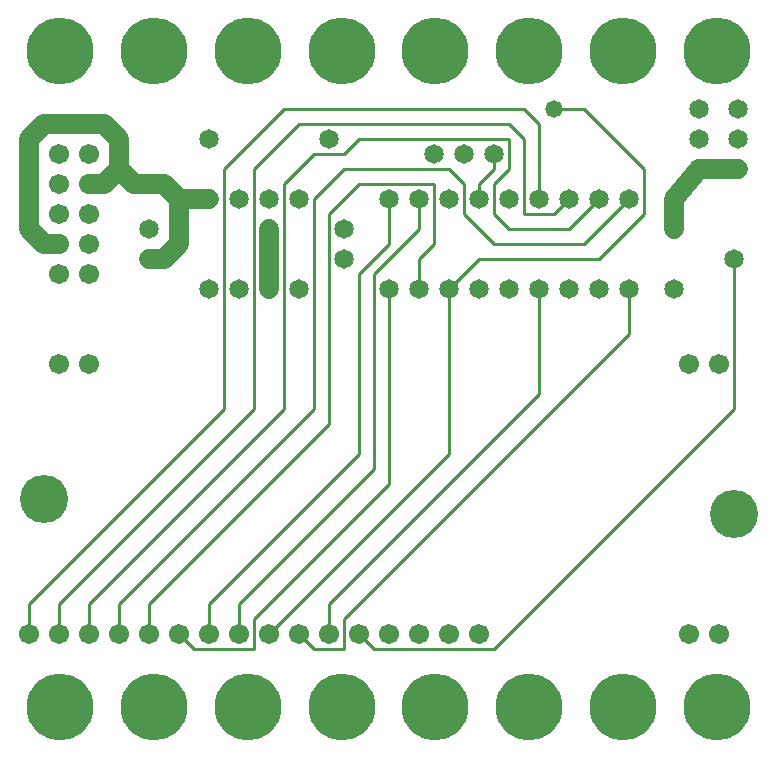
<source format=gtl>
%MOIN*%
%FSLAX25Y25*%
G04 D10 used for Character Trace; *
G04     Circle (OD=.01000) (No hole)*
G04 D11 used for Power Trace; *
G04     Circle (OD=.06500) (No hole)*
G04 D12 used for Signal Trace; *
G04     Circle (OD=.01100) (No hole)*
G04 D13 used for Via; *
G04     Circle (OD=.05800) (Round. Hole ID=.02800)*
G04 D14 used for Component hole; *
G04     Circle (OD=.06500) (Round. Hole ID=.03500)*
G04 D15 used for Component hole; *
G04     Circle (OD=.06700) (Round. Hole ID=.04300)*
G04 D16 used for Component hole; *
G04     Circle (OD=.08100) (Round. Hole ID=.05100)*
G04 D17 used for Component hole; *
G04     Circle (OD=.08900) (Round. Hole ID=.05900)*
G04 D18 used for Component hole; *
G04     Circle (OD=.11300) (Round. Hole ID=.08300)*
G04 D19 used for Component hole; *
G04     Circle (OD=.16000) (Round. Hole ID=.13000)*
G04 D20 used for Component hole; *
G04     Circle (OD=.18300) (Round. Hole ID=.15300)*
G04 D21 used for Component hole; *
G04     Circle (OD=.22291) (Round. Hole ID=.19291)*
%ADD10C,.01000*%
%ADD11C,.06500*%
%ADD12C,.01100*%
%ADD13C,.05800*%
%ADD14C,.06500*%
%ADD15C,.06700*%
%ADD16C,.08100*%
%ADD17C,.08900*%
%ADD18C,.11300*%
%ADD19C,.16000*%
%ADD20C,.18300*%
%ADD21C,.22291*%
%IPPOS*%
%LPD*%
G90*X0Y0D02*D21*X15625Y15625D03*D15*              
X35000Y40000D03*D12*Y50000D01*X100000Y115000D01*  
Y185000D01*X110000Y195000D01*X145000D01*          
X150000Y190000D01*Y180000D01*X160000Y170000D01*   
X190000D01*X205000Y185000D01*D14*D03*D12*         
X195000Y165000D02*X210000Y180000D01*              
X155000Y165000D02*X195000D01*X145000Y155000D02*   
X155000Y165000D01*D14*X145000Y155000D03*D12*      
Y100000D01*X85000Y40000D01*D15*D03*D12*           
X80000Y35000D02*Y45000D01*X60000Y35000D02*        
X80000D01*X60000D02*X55000Y40000D01*D15*D03*D12*  
X65000D02*Y50000D01*D15*Y40000D03*D12*X75000D02*  
Y50000D01*D15*Y40000D03*D12*X80000Y45000D02*      
X125000Y90000D01*Y155000D01*D14*D03*D12*          
X120000Y95000D02*Y160000D01*X75000Y50000D02*      
X120000Y95000D01*X65000Y50000D02*                 
X115000Y100000D01*Y160000D01*X125000Y170000D01*   
Y185000D01*D14*D03*D12*X120000Y160000D02*         
X135000Y175000D01*D14*X110000Y165000D03*D12*      
X135000Y175000D02*Y185000D01*D14*D03*D12*         
X140000Y170000D02*Y190000D01*X135000Y165000D02*   
X140000Y170000D01*X135000Y155000D02*Y165000D01*   
D14*Y155000D03*X155000D03*D12*X165000Y175000D02*  
X160000Y180000D01*X165000Y175000D02*X185000D01*   
X195000Y185000D01*D14*D03*X185000D03*D12*         
X180000Y180000D01*X170000D01*Y205000D01*          
X165000Y210000D01*X95000D01*X80000Y195000D01*     
Y115000D01*X15000Y50000D01*Y40000D01*D15*D03*D12* 
X25000D02*Y50000D01*D15*Y40000D03*D12*Y50000D02*  
X90000Y115000D01*Y190000D01*X100000Y200000D01*    
X110000D01*X115000Y205000D01*X165000D01*          
Y195000D01*X160000Y190000D01*Y180000D01*D14*      
X165000Y185000D03*X155000D03*D12*Y190000D01*      
X160000Y195000D01*Y200000D01*D14*D03*X150000D03*  
X175000Y185000D03*D12*Y210000D01*                 
X170000Y215000D01*X90000D01*X70000Y195000D01*     
Y115000D01*X5000Y50000D01*Y40000D01*D15*D03*D21*  
X46875Y15625D03*D15*X45000Y40000D03*D12*Y50000D01*
X105000Y110000D01*Y180000D01*X115000Y190000D01*   
X140000D01*D14*X145000Y185000D03*                 
X140000Y200000D03*X110000Y175000D03*              
X175000Y155000D03*D12*Y120000D01*X105000Y50000D01*
Y40000D01*D15*D03*D12*X100000Y35000D02*X110000D01*
X100000D02*X95000Y40000D01*D15*D03*D12*           
X110000Y35000D02*Y45000D01*X205000Y140000D01*     
Y155000D01*D14*D03*X195000D03*X220000D03*         
Y175000D03*D11*Y185000D01*X228500Y195000D01*D14*  
D03*D11*X241500D01*D14*D03*X228500Y205000D03*     
X241500D03*Y215000D03*X228500D03*D12*             
X210000Y180000D02*Y195000D01*X190000Y215000D01*   
X180000D01*D13*D03*D21*X171875Y234375D03*         
X203125D03*X140625D03*X234375D03*D14*             
X240000Y165000D03*D12*Y115000D01*X160000Y35000D01*
X120000D01*X115000Y40000D01*D15*D03*X125000D03*   
X135000D03*D21*X140625Y15625D03*X109375D03*D15*   
X145000Y40000D03*D21*X78125Y15625D03*D15*         
X155000Y40000D03*D21*X171875Y15625D03*D15*        
X25000Y130000D03*D21*X203125Y15625D03*D15*        
X15000Y130000D03*D19*X10000Y85000D03*D15*         
X225000Y40000D03*Y130000D03*D14*X185000Y155000D03*
X165000D03*X95000D03*X85000D03*D11*Y175000D01*D13*
D03*D14*X95000Y185000D03*X75000D03*X85000D03*     
X65000Y155000D03*Y185000D03*D11*X55000D01*        
Y170000D01*X50000Y165000D01*X45000D01*D14*D03*    
Y175000D03*D15*X25000Y180000D03*D11*              
X55000Y185000D02*X50000Y190000D01*X40000D01*      
X35000Y195000D01*X30000Y190000D01*X25000D01*D15*  
D03*X15000Y200000D03*Y180000D03*X25000Y200000D03* 
X15000Y190000D03*D11*X35000Y195000D02*Y205000D01* 
X30000Y210000D01*X10000D01*X5000Y205000D01*       
Y175000D01*X10000Y170000D01*X15000D01*D15*D03*    
X25000Y160000D03*Y170000D03*X15000Y160000D03*D14* 
X65000Y205000D03*X75000Y155000D03*D21*            
X78125Y234375D03*X46875D03*X15625D03*D14*         
X105000Y205000D03*D21*X109375Y234375D03*          
X234375Y15625D03*D15*X235000Y40000D03*Y130000D03* 
D19*X240000Y80000D03*M02*                         

</source>
